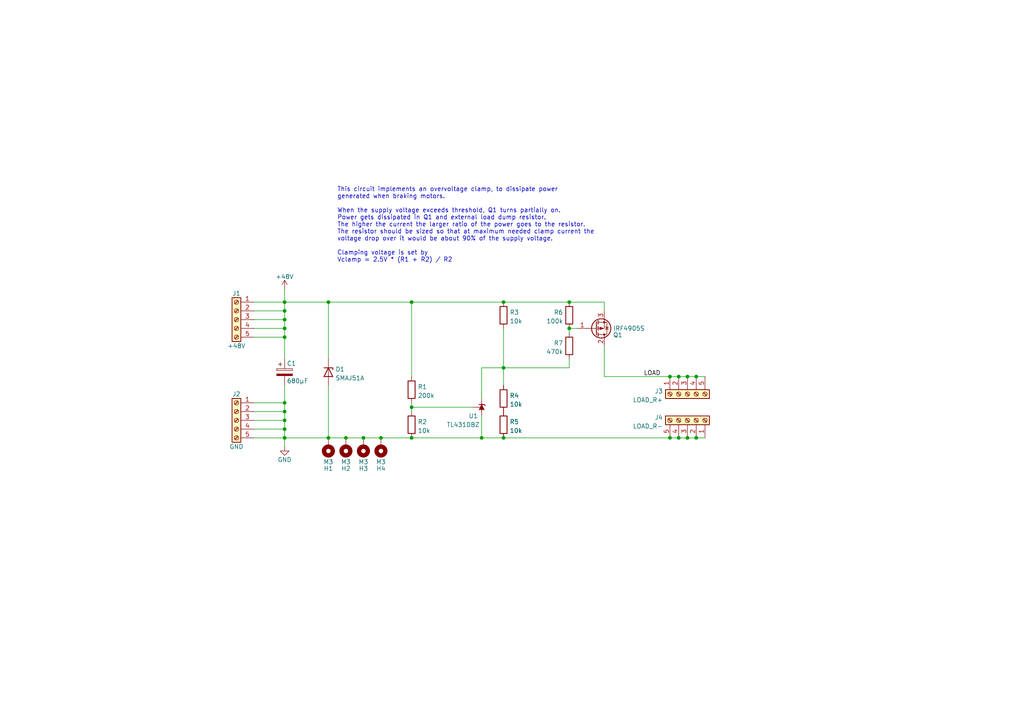
<source format=kicad_sch>
(kicad_sch (version 20211123) (generator eeschema)
  (paper "A4")
  (title_block (title "52V / 3A overvoltage clamp") (date "2022-06-07") (company "Petteri Aimonen"))
  (lib_symbols
    (symbol "Connector:Screw_Terminal_01x05" (pin_names (offset 1.016) hide)
      (property "Reference" "J" (at 0 7.62 0))
      (property "Value" "Screw_Terminal_01x05" (at 0 -7.62 0))
      (symbol "Screw_Terminal_01x05_1_1"
        (rectangle (start -1.27 6.35) (end 1.27 -6.35) (stroke (width 0.254)) (fill (type background)))
        (circle (center 0 -5.08) (radius 0.635) (stroke (width 0.1524)))
        (circle (center 0 -2.54) (radius 0.635) (stroke (width 0.1524)))
        (polyline (pts (xy -0.5334 -4.7498) (xy 0.3302 -5.588)) (stroke (width 0.1524)))
        (polyline (pts (xy -0.5334 -2.2098) (xy 0.3302 -3.048)) (stroke (width 0.1524)))
        (polyline (pts (xy -0.5334 0.3302) (xy 0.3302 -0.508)) (stroke (width 0.1524)))
        (polyline (pts (xy -0.5334 2.8702) (xy 0.3302 2.032)) (stroke (width 0.1524)))
        (polyline (pts (xy -0.5334 5.4102) (xy 0.3302 4.572)) (stroke (width 0.1524)))
        (polyline (pts (xy -0.3556 -4.572) (xy 0.508 -5.4102)) (stroke (width 0.1524)))
        (polyline (pts (xy -0.3556 -2.032) (xy 0.508 -2.8702)) (stroke (width 0.1524)))
        (polyline (pts (xy -0.3556 0.508) (xy 0.508 -0.3302)) (stroke (width 0.1524)))
        (polyline (pts (xy -0.3556 3.048) (xy 0.508 2.2098)) (stroke (width 0.1524)))
        (polyline (pts (xy -0.3556 5.588) (xy 0.508 4.7498)) (stroke (width 0.1524)))
        (circle (center 0 0) (radius 0.635) (stroke (width 0.1524)))
        (circle (center 0 2.54) (radius 0.635) (stroke (width 0.1524)))
        (circle (center 0 5.08) (radius 0.635) (stroke (width 0.1524)))
        (pin passive line (at -5.08 5.08 0) (length 3.81) (name "Pin_1") (number "1"))
        (pin passive line (at -5.08 2.54 0) (length 3.81) (name "Pin_2") (number "2"))
        (pin passive line (at -5.08 0 0) (length 3.81) (name "Pin_3") (number "3"))
        (pin passive line (at -5.08 -2.54 0) (length 3.81) (name "Pin_4") (number "4"))
        (pin passive line (at -5.08 -5.08 0) (length 3.81) (name "Pin_5") (number "5"))
      )
    )
    (symbol "Device:C_Polarized" (pin_numbers hide) (pin_names (offset 0.254))
      (property "Reference" "C" (at 0.635 2.54 0))
      (property "Value" "C_Polarized" (at 0.635 -2.54 0))
      (symbol "C_Polarized_0_1"
        (rectangle (start -2.286 0.508) (end 2.286 1.016))
        (polyline (pts (xy -1.778 2.286) (xy -0.762 2.286)))
        (polyline (pts (xy -1.27 2.794) (xy -1.27 1.778)))
        (rectangle (start 2.286 -0.508) (end -2.286 -1.016) (fill (type outline)))
      )
      (symbol "C_Polarized_1_1"
        (pin passive line (at 0 3.81 270) (length 2.794) (name "~") (number "1"))
        (pin passive line (at 0 -3.81 90) (length 2.794) (name "~") (number "2"))
      )
    )
    (symbol "Device:D_Zener" (pin_numbers hide) (pin_names (offset 1.016) hide)
      (property "Reference" "D" (at 0 2.54 0))
      (property "Value" "D_Zener" (at 0 -2.54 0))
      (symbol "D_Zener_0_1"
        (polyline (pts (xy 1.27 0) (xy -1.27 0)))
        (polyline (pts (xy -1.27 -1.27) (xy -1.27 1.27) (xy -0.762 1.27)) (stroke (width 0.254)))
        (polyline (pts (xy 1.27 -1.27) (xy 1.27 1.27) (xy -1.27 0) (xy 1.27 -1.27)) (stroke (width 0.254)))
      )
      (symbol "D_Zener_1_1"
        (pin passive line (at -3.81 0 0) (length 2.54) (name "K") (number "1"))
        (pin passive line (at 3.81 0 180) (length 2.54) (name "A") (number "2"))
      )
    )
    (symbol "Device:R" (pin_numbers hide) (pin_names (offset 0))
      (property "Reference" "R" (at 2.032 0 90))
      (property "Value" "R" (at 0 0 90))
      (symbol "R_0_1"
        (rectangle (start -1.016 -2.54) (end 1.016 2.54) (stroke (width 0.254)))
      )
      (symbol "R_1_1"
        (pin passive line (at 0 3.81 270) (length 1.27) (name "~") (number "1"))
        (pin passive line (at 0 -3.81 90) (length 1.27) (name "~") (number "2"))
      )
    )
    (symbol "Mechanical:MountingHole_Pad" (pin_numbers hide) (pin_names (offset 1.016) hide)
      (property "Reference" "H" (at 0 6.35 0))
      (property "Value" "MountingHole_Pad" (at 0 4.445 0))
      (symbol "MountingHole_Pad_0_1"
        (circle (center 0 1.27) (radius 1.27) (stroke (width 1.27)))
      )
      (symbol "MountingHole_Pad_1_1"
        (pin input line (at 0 -2.54 90) (length 2.54) (name "1") (number "1"))
      )
    )
    (symbol "Reference_Voltage:TL431DBZ" (pin_numbers hide) (pin_names hide)
      (property "Reference" "U" (at -2.54 2.54 0))
      (property "Value" "TL431DBZ" (at 0 -2.54 0))
      (symbol "TL431DBZ_0_1"
        (polyline (pts (xy -1.27 0) (xy 0 0) (xy 1.27 0)))
        (polyline (pts (xy -0.762 0.762) (xy 0.762 0) (xy -0.762 -0.762)) (fill (type outline)))
        (polyline (pts (xy 0.508 -1.016) (xy 0.762 -0.762) (xy 0.762 0.762) (xy 0.762 0.762)) (stroke (width 0.254)))
      )
      (symbol "TL431DBZ_1_1"
        (pin passive line (at 2.54 0 180) (length 2.54) (name "K") (number "1"))
        (pin passive line (at 0 2.54 270) (length 2.54) (name "REF") (number "2"))
        (pin passive line (at -2.54 0 0) (length 2.54) (name "A") (number "3"))
      )
    )
    (symbol "Transistor_FET:IRF4905" (pin_names hide)
      (property "Reference" "Q" (at 5.08 1.905 0))
      (property "Value" "IRF4905" (at 5.08 0 0))
      (symbol "IRF4905_0_1"
        (polyline (pts (xy 0.254 0) (xy -2.54 0)))
        (polyline (pts (xy 0.254 1.905) (xy 0.254 -1.905)) (stroke (width 0.254)))
        (polyline (pts (xy 0.762 -1.27) (xy 0.762 -2.286)) (stroke (width 0.254)))
        (polyline (pts (xy 0.762 0.508) (xy 0.762 -0.508)) (stroke (width 0.254)))
        (polyline (pts (xy 0.762 2.286) (xy 0.762 1.27)) (stroke (width 0.254)))
        (polyline (pts (xy 2.54 2.54) (xy 2.54 1.778)))
        (polyline (pts (xy 2.54 -2.54) (xy 2.54 0) (xy 0.762 0)))
        (polyline (pts (xy 0.762 1.778) (xy 3.302 1.778) (xy 3.302 -1.778) (xy 0.762 -1.778)))
        (polyline (pts (xy 2.286 0) (xy 1.27 0.381) (xy 1.27 -0.381) (xy 2.286 0)) (fill (type outline)))
        (polyline (pts (xy 2.794 -0.508) (xy 2.921 -0.381) (xy 3.683 -0.381) (xy 3.81 -0.254)))
        (polyline (pts (xy 3.302 -0.381) (xy 2.921 0.254) (xy 3.683 0.254) (xy 3.302 -0.381)))
        (circle (center 1.651 0) (radius 2.794) (stroke (width 0.254)))
        (circle (center 2.54 -1.778) (radius 0.254) (fill (type outline)))
        (circle (center 2.54 1.778) (radius 0.254) (fill (type outline)))
      )
      (symbol "IRF4905_1_1"
        (pin input line (at -5.08 0 0) (length 2.54) (name "G") (number "1"))
        (pin passive line (at 2.54 5.08 270) (length 2.54) (name "D") (number "2"))
        (pin passive line (at 2.54 -5.08 90) (length 2.54) (name "S") (number "3"))
      )
    )
    (symbol "power:+48V" (power) (pin_names (offset 0))
      (property "Value" "+48V" (at 0 3.556 0))
      (symbol "+48V_0_1"
        (polyline (pts (xy -0.762 1.27) (xy 0 2.54)))
        (polyline (pts (xy 0 0) (xy 0 2.54)))
        (polyline (pts (xy 0 2.54) (xy 0.762 1.27)))
      )
      (symbol "+48V_1_1"
        (pin power_in line (at 0 0 90) (length 0) hide (name "+48V") (number "1"))
      )
    )
    (symbol "power:GND" (power) (pin_names (offset 0))
      (property "Value" "GND" (at 0 -3.81 0))
      (symbol "GND_0_1"
        (polyline (pts (xy 0 0) (xy 0 -1.27) (xy 1.27 -1.27) (xy 0 -2.54) (xy -1.27 -1.27) (xy 0 -1.27)))
      )
      (symbol "GND_1_1"
        (pin power_in line (at 0 0 270) (length 0) hide (name "GND") (number "1"))
      )
    )
  )
  (junction (at 82.55 92.71))
  (junction (at 146.05 87.63))
  (junction (at 199.39 109.22))
  (junction (at 95.25 87.63))
  (junction (at 196.85 127))
  (junction (at 194.31 109.22))
  (junction (at 119.38 87.63))
  (junction (at 201.93 127))
  (junction (at 146.05 106.68))
  (junction (at 82.55 95.25))
  (junction (at 82.55 116.84))
  (junction (at 82.55 90.17))
  (junction (at 199.39 127))
  (junction (at 165.1 87.63))
  (junction (at 82.55 127))
  (junction (at 119.38 127))
  (junction (at 194.31 127))
  (junction (at 110.49 127))
  (junction (at 165.1 95.25))
  (junction (at 119.38 118.11))
  (junction (at 100.33 127))
  (junction (at 82.55 121.92))
  (junction (at 196.85 109.22))
  (junction (at 201.93 109.22))
  (junction (at 82.55 97.79))
  (junction (at 105.41 127))
  (junction (at 82.55 124.46))
  (junction (at 82.55 119.38))
  (junction (at 95.25 127))
  (junction (at 146.05 127))
  (junction (at 139.7 127))
  (junction (at 82.55 87.63))
  (wire (pts (xy 119.38 87.63) (xy 119.38 109.22)))
  (wire (pts (xy 73.66 87.63) (xy 82.55 87.63)))
  (wire (pts (xy 82.55 92.71) (xy 82.55 95.25)))
  (wire (pts (xy 201.93 109.22) (xy 199.39 109.22)))
  (wire (pts (xy 146.05 95.25) (xy 146.05 106.68)))
  (wire (pts (xy 165.1 95.25) (xy 165.1 96.52)))
  (wire (pts (xy 119.38 116.84) (xy 119.38 118.11)))
  (wire (pts (xy 139.7 127) (xy 146.05 127)))
  (wire (pts (xy 73.66 119.38) (xy 82.55 119.38)))
  (wire (pts (xy 82.55 119.38) (xy 82.55 121.92)))
  (wire (pts (xy 95.25 111.76) (xy 95.25 127)))
  (wire (pts (xy 82.55 83.82) (xy 82.55 87.63)))
  (wire (pts (xy 146.05 127) (xy 194.31 127)))
  (wire (pts (xy 204.47 109.22) (xy 201.93 109.22)))
  (wire (pts (xy 73.66 121.92) (xy 82.55 121.92)))
  (wire (pts (xy 82.55 95.25) (xy 82.55 97.79)))
  (wire (pts (xy 139.7 106.68) (xy 146.05 106.68)))
  (wire (pts (xy 201.93 127) (xy 204.47 127)))
  (wire (pts (xy 73.66 124.46) (xy 82.55 124.46)))
  (wire (pts (xy 95.25 87.63) (xy 119.38 87.63)))
  (wire (pts (xy 165.1 87.63) (xy 175.26 87.63)))
  (wire (pts (xy 165.1 95.25) (xy 167.64 95.25)))
  (wire (pts (xy 82.55 127) (xy 82.55 129.54)))
  (wire (pts (xy 82.55 111.76) (xy 82.55 116.84)))
  (wire (pts (xy 194.31 109.22) (xy 175.26 109.22)))
  (wire (pts (xy 119.38 127) (xy 139.7 127)))
  (wire (pts (xy 146.05 106.68) (xy 146.05 111.76)))
  (wire (pts (xy 165.1 106.68) (xy 165.1 104.14)))
  (wire (pts (xy 146.05 87.63) (xy 165.1 87.63)))
  (wire (pts (xy 82.55 121.92) (xy 82.55 124.46)))
  (wire (pts (xy 73.66 95.25) (xy 82.55 95.25)))
  (wire (pts (xy 175.26 109.22) (xy 175.26 100.33)))
  (wire (pts (xy 82.55 90.17) (xy 82.55 92.71)))
  (wire (pts (xy 119.38 118.11) (xy 137.16 118.11)))
  (wire (pts (xy 196.85 127) (xy 199.39 127)))
  (wire (pts (xy 199.39 127) (xy 201.93 127)))
  (wire (pts (xy 110.49 127) (xy 119.38 127)))
  (wire (pts (xy 73.66 97.79) (xy 82.55 97.79)))
  (wire (pts (xy 146.05 106.68) (xy 165.1 106.68)))
  (wire (pts (xy 73.66 116.84) (xy 82.55 116.84)))
  (wire (pts (xy 82.55 87.63) (xy 82.55 90.17)))
  (wire (pts (xy 73.66 92.71) (xy 82.55 92.71)))
  (wire (pts (xy 100.33 127) (xy 105.41 127)))
  (wire (pts (xy 95.25 87.63) (xy 82.55 87.63)))
  (wire (pts (xy 73.66 90.17) (xy 82.55 90.17)))
  (wire (pts (xy 139.7 106.68) (xy 139.7 115.57)))
  (wire (pts (xy 95.25 87.63) (xy 95.25 104.14)))
  (wire (pts (xy 119.38 118.11) (xy 119.38 119.38)))
  (wire (pts (xy 82.55 124.46) (xy 82.55 127)))
  (wire (pts (xy 105.41 127) (xy 110.49 127)))
  (wire (pts (xy 73.66 127) (xy 82.55 127)))
  (wire (pts (xy 199.39 109.22) (xy 196.85 109.22)))
  (wire (pts (xy 82.55 116.84) (xy 82.55 119.38)))
  (wire (pts (xy 175.26 87.63) (xy 175.26 90.17)))
  (wire (pts (xy 82.55 97.79) (xy 82.55 104.14)))
  (wire (pts (xy 139.7 120.65) (xy 139.7 127)))
  (wire (pts (xy 194.31 127) (xy 196.85 127)))
  (wire (pts (xy 119.38 87.63) (xy 146.05 87.63)))
  (wire (pts (xy 95.25 127) (xy 100.33 127)))
  (wire (pts (xy 196.85 109.22) (xy 194.31 109.22)))
  (wire (pts (xy 82.55 127) (xy 95.25 127)))
  (text "This circuit implements an overvoltage clamp, to dissipate power\ngenerated when braking motors.\n\nWhen the supply voltage exceeds threshold, Q1 turns partially on.\nPower gets dissipated in Q1 and external load dump resistor.\nThe higher the current the larger ratio of the power goes to the resistor.\nThe resistor should be sized so that at maximum needed clamp current the\nvoltage drop over it would be about 90% of the supply voltage.\n\nClamping voltage is set by\nVclamp = 2.5V * (R1 + R2) / R2" (at 97.79 76.2 0) (effects (font (size 1.27 1.27)) (justify left bottom)))
  (label "LOAD" (at 186.69 109.22 0))
  (symbol (lib_id "Device:R") (at 165.1 91.44 0) (mirror y) (unit 1)
    (property "Reference" "R6" (at 163.322 90.6053 0) (effects (justify left)))
    (property "Value" "100k" (at 163.322 93.1422 0) (effects (justify left)))
    (property "Footprint" "Resistor_SMD:R_0805_2012Metric" (effects hide))
  )
  (symbol (lib_id "Device:R") (at 119.38 113.03 0) (unit 1)
    (property "Reference" "R1" (at 121.158 112.1953 0) (effects (justify left)))
    (property "Value" "200k" (at 121.158 114.7322 0) (effects (justify left)))
    (property "Footprint" "Resistor_SMD:R_0805_2012Metric" (effects hide))
  )
  (symbol (lib_id "Mechanical:MountingHole_Pad") (at 95.25 129.54 180) (unit 1)
    (property "Reference" "H1" (at 95.25 135.89 0))
    (property "Value" "M3" (at 95.25 133.985 0))
    (property "Footprint" "MountingHole:MountingHole_3.2mm_M3_DIN965_Pad" (effects hide))
  )
  (symbol (lib_id "Device:R") (at 165.1 100.33 0) (unit 1)
    (property "Reference" "R7" (at 163.3221 99.4953 0) (effects (justify right)))
    (property "Value" "470k" (at 163.3221 102.0322 0) (effects (justify right)))
    (property "Footprint" "Resistor_SMD:R_0805_2012Metric" (effects hide))
  )
  (symbol (lib_id "Transistor_FET:IRF4905") (at 172.72 95.25 0) (mirror x) (unit 1)
    (property "Reference" "Q1" (at 177.8 97.155 0) (effects (justify left)))
    (property "Value" "IRF4905S" (at 177.8 95.25 0) (effects (justify left)))
    (property "Footprint" "Package_TO_SOT_SMD:TO-263-2" (effects hide))
    (property "Datasheet" "http://www.infineon.com/dgdl/irf4905.pdf?fileId=5546d462533600a4015355e32165197c" (effects hide))
  )
  (symbol (lib_id "Device:R") (at 146.05 91.44 0) (unit 1)
    (property "Reference" "R3" (at 147.828 90.6053 0) (effects (justify left)))
    (property "Value" "10k" (at 147.828 93.1422 0) (effects (justify left)))
    (property "Footprint" "Resistor_SMD:R_0805_2012Metric" (effects hide))
  )
  (symbol (lib_id "power:+48V") (at 82.55 83.82 0) (unit 1)
    (property "Reference" "#PWR01" (effects hide))
    (property "Value" "+48V" (at 82.55 80.264 0))
  )
  (symbol (lib_id "Connector:Screw_Terminal_01x05") (at 68.58 92.71 0) (mirror y) (unit 1)
    (property "Reference" "J1" (at 68.58 85.09 0))
    (property "Value" "+48V" (at 68.58 100.33 0))
    (property "Footprint" "TerminalBlock_RND:TerminalBlock_RND_205-00004_1x05_P5.00mm_Horizontal" (effects hide))
  )
  (symbol (lib_id "Mechanical:MountingHole_Pad") (at 105.41 129.54 180) (unit 1)
    (property "Reference" "H3" (at 105.41 135.89 0))
    (property "Value" "M3" (at 105.41 133.985 0))
    (property "Footprint" "MountingHole:MountingHole_3.2mm_M3_DIN965_Pad" (effects hide))
  )
  (symbol (lib_id "Reference_Voltage:TL431DBZ") (at 139.7 118.11 90) (unit 1)
    (property "Reference" "U1" (at 135.89 120.65 90) (effects (justify right)))
    (property "Value" "TL431DBZ" (at 129.54 123.19 90) (effects (justify right)))
    (property "Footprint" "Package_TO_SOT_SMD:SOT-23" (effects hide))
    (property "Datasheet" "http://www.ti.com/lit/ds/symlink/tl431.pdf" (effects hide))
  )
  (symbol (lib_id "Device:C_Polarized") (at 82.55 107.95 0) (unit 1)
    (property "Reference" "C1" (at 83.185 105.41 0) (effects (justify left)))
    (property "Value" "680µF" (at 83.185 110.49 0) (effects (justify left)))
    (property "Footprint" "Capacitor_THT:CP_Radial_D16.0mm_P7.50mm" (effects hide))
  )
  (symbol (lib_id "Device:D_Zener") (at 95.25 107.95 270) (unit 1)
    (property "Reference" "D1" (at 97.282 107.1153 90) (effects (justify left)))
    (property "Value" "SMAJ51A" (at 97.282 109.6522 90) (effects (justify left)))
    (property "Footprint" "Diode_SMD:D_SMA" (effects hide))
  )
  (symbol (lib_id "Connector:Screw_Terminal_01x05") (at 68.58 121.92 0) (mirror y) (unit 1)
    (property "Reference" "J2" (at 68.58 114.3 0))
    (property "Value" "GND" (at 68.58 129.54 0))
    (property "Footprint" "TerminalBlock_RND:TerminalBlock_RND_205-00004_1x05_P5.00mm_Horizontal" (effects hide))
  )
  (symbol (lib_id "Connector:Screw_Terminal_01x05") (at 199.39 121.92 270) (mirror x) (unit 1)
    (property "Reference" "J4" (at 192.2781 121.0853 90) (effects (justify right)))
    (property "Value" "LOAD_R-" (at 192.2781 123.6222 90) (effects (justify right)))
    (property "Footprint" "TerminalBlock_RND:TerminalBlock_RND_205-00004_1x05_P5.00mm_Horizontal" (effects hide))
  )
  (symbol (lib_id "Connector:Screw_Terminal_01x05") (at 199.39 114.3 90) (mirror x) (unit 1)
    (property "Reference" "J3" (at 192.2781 113.4653 90) (effects (justify left)))
    (property "Value" "LOAD_R+" (at 192.2781 116.0022 90) (effects (justify left)))
    (property "Footprint" "TerminalBlock_RND:TerminalBlock_RND_205-00004_1x05_P5.00mm_Horizontal" (effects hide))
  )
  (symbol (lib_id "Mechanical:MountingHole_Pad") (at 110.49 129.54 180) (unit 1)
    (property "Reference" "H4" (at 110.49 135.89 0))
    (property "Value" "M3" (at 110.49 133.985 0))
    (property "Footprint" "MountingHole:MountingHole_3.2mm_M3_DIN965_Pad" (effects hide))
  )
  (symbol (lib_id "Mechanical:MountingHole_Pad") (at 100.33 129.54 180) (unit 1)
    (property "Reference" "H2" (at 100.33 135.89 0))
    (property "Value" "M3" (at 100.33 133.985 0))
    (property "Footprint" "MountingHole:MountingHole_3.2mm_M3_DIN965_Pad" (effects hide))
  )
  (symbol (lib_id "Device:R") (at 119.38 123.19 0) (unit 1)
    (property "Reference" "R2" (at 121.158 122.3553 0) (effects (justify left)))
    (property "Value" "10k" (at 121.158 124.8922 0) (effects (justify left)))
    (property "Footprint" "Resistor_SMD:R_0805_2012Metric" (effects hide))
  )
  (symbol (lib_id "power:GND") (at 82.55 129.54 0) (unit 1)
    (property "Reference" "#PWR02" (effects hide))
    (property "Value" "GND" (at 82.55 133.35 0))
  )
  (symbol (lib_id "Device:R") (at 146.05 115.57 0) (unit 1)
    (property "Reference" "R4" (at 147.828 114.7353 0) (effects (justify left)))
    (property "Value" "10k" (at 147.828 117.2722 0) (effects (justify left)))
    (property "Footprint" "Resistor_SMD:R_0805_2012Metric" (effects hide))
  )
  (symbol (lib_id "Device:R") (at 146.05 123.19 0) (unit 1)
    (property "Reference" "R5" (at 147.828 122.3553 0) (effects (justify left)))
    (property "Value" "10k" (at 147.828 124.8922 0) (effects (justify left)))
    (property "Footprint" "Resistor_SMD:R_0805_2012Metric" (effects hide))
  )
)
</source>
